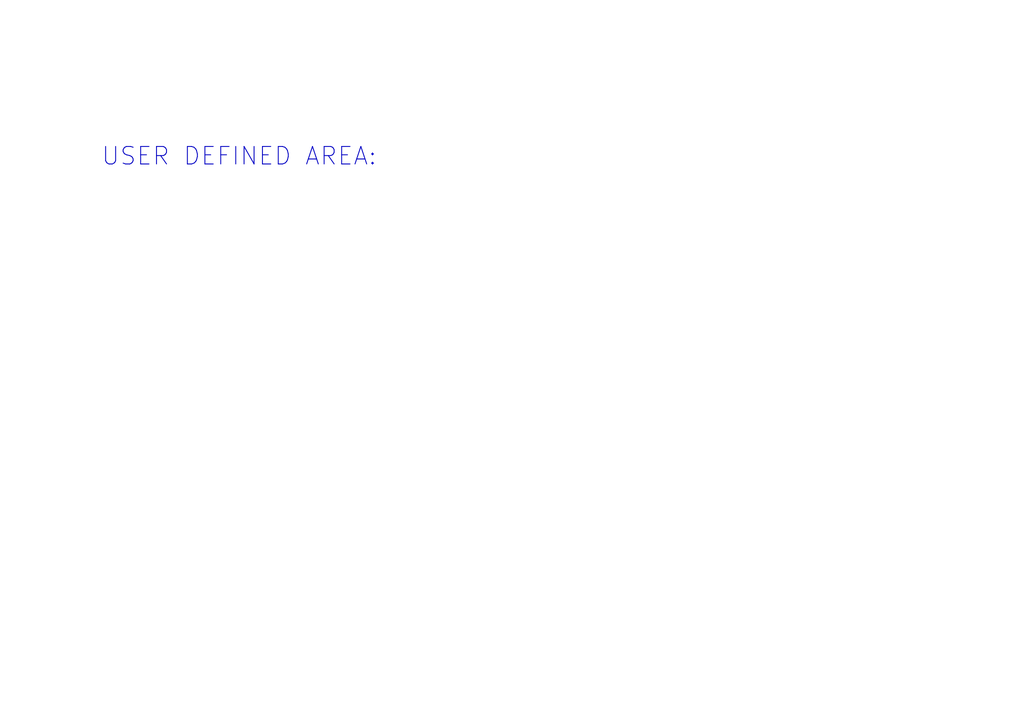
<source format=kicad_sch>
(kicad_sch
	(version 20250114)
	(generator "eeschema")
	(generator_version "9.0")
	(uuid "c3612bf3-0998-4bed-8446-73d322f375b2")
	(paper "A4")
	(title_block
		(title "MMS2")
		(date "2025-04-22")
		(rev "A")
		(company "Moducard System")
		(comment 1 "Artem Horiunov")
		(comment 2 "Designed in poland")
	)
	(lib_symbols)
	(text "USER DEFINED AREA:"
		(exclude_from_sim no)
		(at 69.342 45.466 0)
		(effects
			(font
				(size 5.08 5.08)
				(thickness 0.254)
				(bold yes)
			)
		)
		(uuid "b4b8c551-b311-4832-b8a7-62668e2be628")
	)
)

</source>
